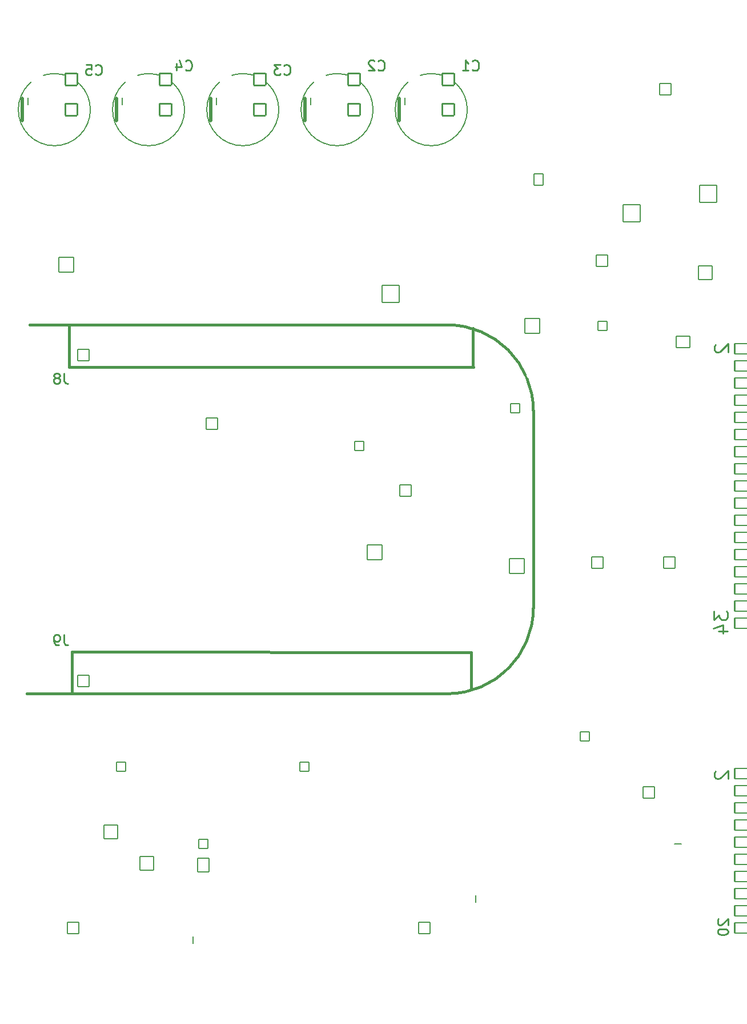
<source format=gbo>
%TF.GenerationSoftware,KiCad,Pcbnew,7.0.9-1.fc37*%
%TF.CreationDate,2023-11-18T16:33:53-05:00*%
%TF.ProjectId,top,746f702e-6b69-4636-9164-5f7063625858,D*%
%TF.SameCoordinates,Original*%
%TF.FileFunction,Legend,Bot*%
%TF.FilePolarity,Positive*%
%FSLAX46Y46*%
G04 Gerber Fmt 4.6, Leading zero omitted, Abs format (unit mm)*
G04 Created by KiCad (PCBNEW 7.0.9-1.fc37) date 2023-11-18 16:33:53*
%MOMM*%
%LPD*%
G01*
G04 APERTURE LIST*
G04 Aperture macros list*
%AMRoundRect*
0 Rectangle with rounded corners*
0 $1 Rounding radius*
0 $2 $3 $4 $5 $6 $7 $8 $9 X,Y pos of 4 corners*
0 Add a 4 corners polygon primitive as box body*
4,1,4,$2,$3,$4,$5,$6,$7,$8,$9,$2,$3,0*
0 Add four circle primitives for the rounded corners*
1,1,$1+$1,$2,$3*
1,1,$1+$1,$4,$5*
1,1,$1+$1,$6,$7*
1,1,$1+$1,$8,$9*
0 Add four rect primitives between the rounded corners*
20,1,$1+$1,$2,$3,$4,$5,0*
20,1,$1+$1,$4,$5,$6,$7,0*
20,1,$1+$1,$6,$7,$8,$9,0*
20,1,$1+$1,$8,$9,$2,$3,0*%
G04 Aperture macros list end*
%ADD10C,0.254000*%
%ADD11C,0.203200*%
%ADD12C,0.508000*%
%ADD13C,0.152400*%
%ADD14C,0.381000*%
%ADD15C,1.651000*%
%ADD16C,1.998980*%
%ADD17C,4.749800*%
%ADD18C,0.762000*%
%ADD19RoundRect,0.101600X-0.863600X0.863600X-0.863600X-0.863600X0.863600X-0.863600X0.863600X0.863600X0*%
%ADD20O,1.930400X1.930400*%
%ADD21RoundRect,0.101600X0.889000X-0.889000X0.889000X0.889000X-0.889000X0.889000X-0.889000X-0.889000X0*%
%ADD22C,1.981200*%
%ADD23RoundRect,0.101600X-0.698500X-0.698500X0.698500X-0.698500X0.698500X0.698500X-0.698500X0.698500X0*%
%ADD24C,1.600200*%
%ADD25C,1.854200*%
%ADD26C,2.202180*%
%ADD27RoundRect,0.101600X-1.016000X1.016000X-1.016000X-1.016000X1.016000X-1.016000X1.016000X1.016000X0*%
%ADD28O,2.235200X2.235200*%
%ADD29RoundRect,0.101600X-0.698500X0.698500X-0.698500X-0.698500X0.698500X-0.698500X0.698500X0.698500X0*%
%ADD30C,2.743200*%
%ADD31RoundRect,0.101600X-1.270000X-1.270000X1.270000X-1.270000X1.270000X1.270000X-1.270000X1.270000X0*%
%ADD32RoundRect,0.101600X-1.270000X1.270000X-1.270000X-1.270000X1.270000X-1.270000X1.270000X1.270000X0*%
%ADD33RoundRect,0.101600X0.863600X0.863600X-0.863600X0.863600X-0.863600X-0.863600X0.863600X-0.863600X0*%
%ADD34C,1.930400*%
%ADD35C,3.505200*%
%ADD36C,1.879600*%
%ADD37C,4.953000*%
%ADD38RoundRect,0.101600X-1.117600X-1.117600X1.117600X-1.117600X1.117600X1.117600X-1.117600X1.117600X0*%
%ADD39C,1.727200*%
%ADD40RoundRect,0.101600X-0.863600X-0.863600X0.863600X-0.863600X0.863600X0.863600X-0.863600X0.863600X0*%
%ADD41RoundRect,0.101600X-0.685800X-0.825500X0.685800X-0.825500X0.685800X0.825500X-0.685800X0.825500X0*%
%ADD42O,1.574800X1.854200*%
%ADD43RoundRect,0.101600X-4.699000X0.762000X-4.699000X-0.762000X4.699000X-0.762000X4.699000X0.762000X0*%
%ADD44C,4.191000*%
%ADD45C,2.997200*%
%ADD46RoundRect,0.101600X-1.016000X0.863600X-1.016000X-0.863600X1.016000X-0.863600X1.016000X0.863600X0*%
%ADD47O,2.235200X1.930400*%
%ADD48RoundRect,0.101600X-0.863600X-1.016000X0.863600X-1.016000X0.863600X1.016000X-0.863600X1.016000X0*%
%ADD49O,1.930400X2.235200*%
%ADD50RoundRect,0.101600X1.016000X1.016000X-1.016000X1.016000X-1.016000X-1.016000X1.016000X-1.016000X0*%
%ADD51RoundRect,0.101600X1.016000X-1.016000X1.016000X1.016000X-1.016000X1.016000X-1.016000X-1.016000X0*%
G04 APERTURE END LIST*
D10*
X185289180Y-22515140D02*
X185361752Y-22587712D01*
X185361752Y-22587712D02*
X185579466Y-22660283D01*
X185579466Y-22660283D02*
X185724609Y-22660283D01*
X185724609Y-22660283D02*
X185942323Y-22587712D01*
X185942323Y-22587712D02*
X186087466Y-22442569D01*
X186087466Y-22442569D02*
X186160037Y-22297426D01*
X186160037Y-22297426D02*
X186232609Y-22007140D01*
X186232609Y-22007140D02*
X186232609Y-21789426D01*
X186232609Y-21789426D02*
X186160037Y-21499140D01*
X186160037Y-21499140D02*
X186087466Y-21353997D01*
X186087466Y-21353997D02*
X185942323Y-21208854D01*
X185942323Y-21208854D02*
X185724609Y-21136283D01*
X185724609Y-21136283D02*
X185579466Y-21136283D01*
X185579466Y-21136283D02*
X185361752Y-21208854D01*
X185361752Y-21208854D02*
X185289180Y-21281426D01*
X183837752Y-22660283D02*
X184708609Y-22660283D01*
X184273180Y-22660283D02*
X184273180Y-21136283D01*
X184273180Y-21136283D02*
X184418323Y-21353997D01*
X184418323Y-21353997D02*
X184563466Y-21499140D01*
X184563466Y-21499140D02*
X184708609Y-21571712D01*
X171319180Y-22515140D02*
X171391752Y-22587712D01*
X171391752Y-22587712D02*
X171609466Y-22660283D01*
X171609466Y-22660283D02*
X171754609Y-22660283D01*
X171754609Y-22660283D02*
X171972323Y-22587712D01*
X171972323Y-22587712D02*
X172117466Y-22442569D01*
X172117466Y-22442569D02*
X172190037Y-22297426D01*
X172190037Y-22297426D02*
X172262609Y-22007140D01*
X172262609Y-22007140D02*
X172262609Y-21789426D01*
X172262609Y-21789426D02*
X172190037Y-21499140D01*
X172190037Y-21499140D02*
X172117466Y-21353997D01*
X172117466Y-21353997D02*
X171972323Y-21208854D01*
X171972323Y-21208854D02*
X171754609Y-21136283D01*
X171754609Y-21136283D02*
X171609466Y-21136283D01*
X171609466Y-21136283D02*
X171391752Y-21208854D01*
X171391752Y-21208854D02*
X171319180Y-21281426D01*
X170738609Y-21281426D02*
X170666037Y-21208854D01*
X170666037Y-21208854D02*
X170520895Y-21136283D01*
X170520895Y-21136283D02*
X170158037Y-21136283D01*
X170158037Y-21136283D02*
X170012895Y-21208854D01*
X170012895Y-21208854D02*
X169940323Y-21281426D01*
X169940323Y-21281426D02*
X169867752Y-21426569D01*
X169867752Y-21426569D02*
X169867752Y-21571712D01*
X169867752Y-21571712D02*
X169940323Y-21789426D01*
X169940323Y-21789426D02*
X170811180Y-22660283D01*
X170811180Y-22660283D02*
X169867752Y-22660283D01*
X157349180Y-23150140D02*
X157421752Y-23222712D01*
X157421752Y-23222712D02*
X157639466Y-23295283D01*
X157639466Y-23295283D02*
X157784609Y-23295283D01*
X157784609Y-23295283D02*
X158002323Y-23222712D01*
X158002323Y-23222712D02*
X158147466Y-23077569D01*
X158147466Y-23077569D02*
X158220037Y-22932426D01*
X158220037Y-22932426D02*
X158292609Y-22642140D01*
X158292609Y-22642140D02*
X158292609Y-22424426D01*
X158292609Y-22424426D02*
X158220037Y-22134140D01*
X158220037Y-22134140D02*
X158147466Y-21988997D01*
X158147466Y-21988997D02*
X158002323Y-21843854D01*
X158002323Y-21843854D02*
X157784609Y-21771283D01*
X157784609Y-21771283D02*
X157639466Y-21771283D01*
X157639466Y-21771283D02*
X157421752Y-21843854D01*
X157421752Y-21843854D02*
X157349180Y-21916426D01*
X156841180Y-21771283D02*
X155897752Y-21771283D01*
X155897752Y-21771283D02*
X156405752Y-22351854D01*
X156405752Y-22351854D02*
X156188037Y-22351854D01*
X156188037Y-22351854D02*
X156042895Y-22424426D01*
X156042895Y-22424426D02*
X155970323Y-22496997D01*
X155970323Y-22496997D02*
X155897752Y-22642140D01*
X155897752Y-22642140D02*
X155897752Y-23004997D01*
X155897752Y-23004997D02*
X155970323Y-23150140D01*
X155970323Y-23150140D02*
X156042895Y-23222712D01*
X156042895Y-23222712D02*
X156188037Y-23295283D01*
X156188037Y-23295283D02*
X156623466Y-23295283D01*
X156623466Y-23295283D02*
X156768609Y-23222712D01*
X156768609Y-23222712D02*
X156841180Y-23150140D01*
X142744180Y-22515140D02*
X142816752Y-22587712D01*
X142816752Y-22587712D02*
X143034466Y-22660283D01*
X143034466Y-22660283D02*
X143179609Y-22660283D01*
X143179609Y-22660283D02*
X143397323Y-22587712D01*
X143397323Y-22587712D02*
X143542466Y-22442569D01*
X143542466Y-22442569D02*
X143615037Y-22297426D01*
X143615037Y-22297426D02*
X143687609Y-22007140D01*
X143687609Y-22007140D02*
X143687609Y-21789426D01*
X143687609Y-21789426D02*
X143615037Y-21499140D01*
X143615037Y-21499140D02*
X143542466Y-21353997D01*
X143542466Y-21353997D02*
X143397323Y-21208854D01*
X143397323Y-21208854D02*
X143179609Y-21136283D01*
X143179609Y-21136283D02*
X143034466Y-21136283D01*
X143034466Y-21136283D02*
X142816752Y-21208854D01*
X142816752Y-21208854D02*
X142744180Y-21281426D01*
X141437895Y-21644283D02*
X141437895Y-22660283D01*
X141800752Y-21063712D02*
X142163609Y-22152283D01*
X142163609Y-22152283D02*
X141220180Y-22152283D01*
X129409180Y-23150140D02*
X129481752Y-23222712D01*
X129481752Y-23222712D02*
X129699466Y-23295283D01*
X129699466Y-23295283D02*
X129844609Y-23295283D01*
X129844609Y-23295283D02*
X130062323Y-23222712D01*
X130062323Y-23222712D02*
X130207466Y-23077569D01*
X130207466Y-23077569D02*
X130280037Y-22932426D01*
X130280037Y-22932426D02*
X130352609Y-22642140D01*
X130352609Y-22642140D02*
X130352609Y-22424426D01*
X130352609Y-22424426D02*
X130280037Y-22134140D01*
X130280037Y-22134140D02*
X130207466Y-21988997D01*
X130207466Y-21988997D02*
X130062323Y-21843854D01*
X130062323Y-21843854D02*
X129844609Y-21771283D01*
X129844609Y-21771283D02*
X129699466Y-21771283D01*
X129699466Y-21771283D02*
X129481752Y-21843854D01*
X129481752Y-21843854D02*
X129409180Y-21916426D01*
X128030323Y-21771283D02*
X128756037Y-21771283D01*
X128756037Y-21771283D02*
X128828609Y-22496997D01*
X128828609Y-22496997D02*
X128756037Y-22424426D01*
X128756037Y-22424426D02*
X128610895Y-22351854D01*
X128610895Y-22351854D02*
X128248037Y-22351854D01*
X128248037Y-22351854D02*
X128102895Y-22424426D01*
X128102895Y-22424426D02*
X128030323Y-22496997D01*
X128030323Y-22496997D02*
X127957752Y-22642140D01*
X127957752Y-22642140D02*
X127957752Y-23004997D01*
X127957752Y-23004997D02*
X128030323Y-23150140D01*
X128030323Y-23150140D02*
X128102895Y-23222712D01*
X128102895Y-23222712D02*
X128248037Y-23295283D01*
X128248037Y-23295283D02*
X128610895Y-23295283D01*
X128610895Y-23295283D02*
X128756037Y-23222712D01*
X128756037Y-23222712D02*
X128828609Y-23150140D01*
D11*
X143891000Y-150876000D02*
X143891000Y-151892000D01*
X185801000Y-145796000D02*
X185801000Y-144780000D01*
X215265000Y-137160000D02*
X216281000Y-137160000D01*
D10*
X221778866Y-148305156D02*
X221706294Y-148377728D01*
X221706294Y-148377728D02*
X221633723Y-148522871D01*
X221633723Y-148522871D02*
X221633723Y-148885728D01*
X221633723Y-148885728D02*
X221706294Y-149030871D01*
X221706294Y-149030871D02*
X221778866Y-149103442D01*
X221778866Y-149103442D02*
X221924009Y-149176013D01*
X221924009Y-149176013D02*
X222069152Y-149176013D01*
X222069152Y-149176013D02*
X222286866Y-149103442D01*
X222286866Y-149103442D02*
X223157723Y-148232585D01*
X223157723Y-148232585D02*
X223157723Y-149176013D01*
X221633723Y-150119442D02*
X221633723Y-150264585D01*
X221633723Y-150264585D02*
X221706294Y-150409728D01*
X221706294Y-150409728D02*
X221778866Y-150482300D01*
X221778866Y-150482300D02*
X221924009Y-150554871D01*
X221924009Y-150554871D02*
X222214294Y-150627442D01*
X222214294Y-150627442D02*
X222577152Y-150627442D01*
X222577152Y-150627442D02*
X222867437Y-150554871D01*
X222867437Y-150554871D02*
X223012580Y-150482300D01*
X223012580Y-150482300D02*
X223085152Y-150409728D01*
X223085152Y-150409728D02*
X223157723Y-150264585D01*
X223157723Y-150264585D02*
X223157723Y-150119442D01*
X223157723Y-150119442D02*
X223085152Y-149974300D01*
X223085152Y-149974300D02*
X223012580Y-149901728D01*
X223012580Y-149901728D02*
X222867437Y-149829157D01*
X222867437Y-149829157D02*
X222577152Y-149756585D01*
X222577152Y-149756585D02*
X222214294Y-149756585D01*
X222214294Y-149756585D02*
X221924009Y-149829157D01*
X221924009Y-149829157D02*
X221778866Y-149901728D01*
X221778866Y-149901728D02*
X221706294Y-149974300D01*
X221706294Y-149974300D02*
X221633723Y-150119442D01*
X221338357Y-63224228D02*
X221241595Y-63320990D01*
X221241595Y-63320990D02*
X221144833Y-63514514D01*
X221144833Y-63514514D02*
X221144833Y-63998323D01*
X221144833Y-63998323D02*
X221241595Y-64191847D01*
X221241595Y-64191847D02*
X221338357Y-64288609D01*
X221338357Y-64288609D02*
X221531881Y-64385371D01*
X221531881Y-64385371D02*
X221725405Y-64385371D01*
X221725405Y-64385371D02*
X222015691Y-64288609D01*
X222015691Y-64288609D02*
X223176833Y-63127466D01*
X223176833Y-63127466D02*
X223176833Y-64385371D01*
X124764609Y-67491283D02*
X124764609Y-68579854D01*
X124764609Y-68579854D02*
X124837180Y-68797569D01*
X124837180Y-68797569D02*
X124982323Y-68942712D01*
X124982323Y-68942712D02*
X125200037Y-69015283D01*
X125200037Y-69015283D02*
X125345180Y-69015283D01*
X123821180Y-68144426D02*
X123966323Y-68071854D01*
X123966323Y-68071854D02*
X124038894Y-67999283D01*
X124038894Y-67999283D02*
X124111466Y-67854140D01*
X124111466Y-67854140D02*
X124111466Y-67781569D01*
X124111466Y-67781569D02*
X124038894Y-67636426D01*
X124038894Y-67636426D02*
X123966323Y-67563854D01*
X123966323Y-67563854D02*
X123821180Y-67491283D01*
X123821180Y-67491283D02*
X123530894Y-67491283D01*
X123530894Y-67491283D02*
X123385752Y-67563854D01*
X123385752Y-67563854D02*
X123313180Y-67636426D01*
X123313180Y-67636426D02*
X123240609Y-67781569D01*
X123240609Y-67781569D02*
X123240609Y-67854140D01*
X123240609Y-67854140D02*
X123313180Y-67999283D01*
X123313180Y-67999283D02*
X123385752Y-68071854D01*
X123385752Y-68071854D02*
X123530894Y-68144426D01*
X123530894Y-68144426D02*
X123821180Y-68144426D01*
X123821180Y-68144426D02*
X123966323Y-68216997D01*
X123966323Y-68216997D02*
X124038894Y-68289569D01*
X124038894Y-68289569D02*
X124111466Y-68434712D01*
X124111466Y-68434712D02*
X124111466Y-68724997D01*
X124111466Y-68724997D02*
X124038894Y-68870140D01*
X124038894Y-68870140D02*
X123966323Y-68942712D01*
X123966323Y-68942712D02*
X123821180Y-69015283D01*
X123821180Y-69015283D02*
X123530894Y-69015283D01*
X123530894Y-69015283D02*
X123385752Y-68942712D01*
X123385752Y-68942712D02*
X123313180Y-68870140D01*
X123313180Y-68870140D02*
X123240609Y-68724997D01*
X123240609Y-68724997D02*
X123240609Y-68434712D01*
X123240609Y-68434712D02*
X123313180Y-68289569D01*
X123313180Y-68289569D02*
X123385752Y-68216997D01*
X123385752Y-68216997D02*
X123530894Y-68144426D01*
X221094033Y-102710947D02*
X221094033Y-103968852D01*
X221094033Y-103968852D02*
X221868129Y-103291519D01*
X221868129Y-103291519D02*
X221868129Y-103581804D01*
X221868129Y-103581804D02*
X221964891Y-103775328D01*
X221964891Y-103775328D02*
X222061652Y-103872090D01*
X222061652Y-103872090D02*
X222255176Y-103968852D01*
X222255176Y-103968852D02*
X222738986Y-103968852D01*
X222738986Y-103968852D02*
X222932510Y-103872090D01*
X222932510Y-103872090D02*
X223029272Y-103775328D01*
X223029272Y-103775328D02*
X223126033Y-103581804D01*
X223126033Y-103581804D02*
X223126033Y-103001233D01*
X223126033Y-103001233D02*
X223029272Y-102807709D01*
X223029272Y-102807709D02*
X222932510Y-102710947D01*
X221771367Y-105710566D02*
X223126033Y-105710566D01*
X220997272Y-105226757D02*
X222448700Y-104742947D01*
X222448700Y-104742947D02*
X222448700Y-106000852D01*
X124764609Y-106226283D02*
X124764609Y-107314854D01*
X124764609Y-107314854D02*
X124837180Y-107532569D01*
X124837180Y-107532569D02*
X124982323Y-107677712D01*
X124982323Y-107677712D02*
X125200037Y-107750283D01*
X125200037Y-107750283D02*
X125345180Y-107750283D01*
X123966323Y-107750283D02*
X123676037Y-107750283D01*
X123676037Y-107750283D02*
X123530894Y-107677712D01*
X123530894Y-107677712D02*
X123458323Y-107605140D01*
X123458323Y-107605140D02*
X123313180Y-107387426D01*
X123313180Y-107387426D02*
X123240609Y-107097140D01*
X123240609Y-107097140D02*
X123240609Y-106516569D01*
X123240609Y-106516569D02*
X123313180Y-106371426D01*
X123313180Y-106371426D02*
X123385752Y-106298854D01*
X123385752Y-106298854D02*
X123530894Y-106226283D01*
X123530894Y-106226283D02*
X123821180Y-106226283D01*
X123821180Y-106226283D02*
X123966323Y-106298854D01*
X123966323Y-106298854D02*
X124038894Y-106371426D01*
X124038894Y-106371426D02*
X124111466Y-106516569D01*
X124111466Y-106516569D02*
X124111466Y-106879426D01*
X124111466Y-106879426D02*
X124038894Y-107024569D01*
X124038894Y-107024569D02*
X123966323Y-107097140D01*
X123966323Y-107097140D02*
X123821180Y-107169712D01*
X123821180Y-107169712D02*
X123530894Y-107169712D01*
X123530894Y-107169712D02*
X123385752Y-107097140D01*
X123385752Y-107097140D02*
X123313180Y-107024569D01*
X123313180Y-107024569D02*
X123240609Y-106879426D01*
X221363757Y-126406728D02*
X221266995Y-126503490D01*
X221266995Y-126503490D02*
X221170233Y-126697014D01*
X221170233Y-126697014D02*
X221170233Y-127180823D01*
X221170233Y-127180823D02*
X221266995Y-127374347D01*
X221266995Y-127374347D02*
X221363757Y-127471109D01*
X221363757Y-127471109D02*
X221557281Y-127567871D01*
X221557281Y-127567871D02*
X221750805Y-127567871D01*
X221750805Y-127567871D02*
X222041091Y-127471109D01*
X222041091Y-127471109D02*
X223202233Y-126309966D01*
X223202233Y-126309966D02*
X223202233Y-127567871D01*
D12*
%TO.C,C4*%
X132477000Y-30099000D02*
X132477000Y-26797000D01*
D13*
X133366000Y-27686000D02*
X133366000Y-26670000D01*
X142602951Y-28448000D02*
G75*
G03*
X142602951Y-28448000I-5339951J0D01*
G01*
D12*
%TO.C,C3*%
X146447000Y-30099000D02*
X146447000Y-26797000D01*
D13*
X147336000Y-27686000D02*
X147336000Y-26670000D01*
X156572951Y-28448000D02*
G75*
G03*
X156572951Y-28448000I-5339951J0D01*
G01*
D12*
%TO.C,C1*%
X174387000Y-30099000D02*
X174387000Y-26797000D01*
D13*
X175276000Y-27686000D02*
X175276000Y-26670000D01*
X184512951Y-28448000D02*
G75*
G03*
X184512951Y-28448000I-5339951J0D01*
G01*
D14*
%TO.C,U1*%
X194310000Y-102235000D02*
X194310000Y-73025000D01*
X185369200Y-66497200D02*
X185369200Y-60807600D01*
X185115200Y-108813600D02*
X185115200Y-114350800D01*
X181610000Y-114935000D02*
X119253000Y-114935000D01*
X181610000Y-60325000D02*
X119634000Y-60325000D01*
X125882400Y-114808000D02*
X125882400Y-108762800D01*
X125882400Y-108762800D02*
X185115200Y-108813600D01*
X125526800Y-66548000D02*
X185420000Y-66548000D01*
X125476000Y-60325000D02*
X125476000Y-66548000D01*
X181610000Y-114935000D02*
G75*
G03*
X194310000Y-102235000I0J12700000D01*
G01*
X194310000Y-73025000D02*
G75*
G03*
X181610000Y-60325000I-12700000J0D01*
G01*
D12*
%TO.C,C5*%
X118507000Y-30099000D02*
X118507000Y-26797000D01*
D13*
X119396000Y-27686000D02*
X119396000Y-26670000D01*
X128632951Y-28448000D02*
G75*
G03*
X128632951Y-28448000I-5339951J0D01*
G01*
D12*
%TO.C,C2*%
X160417000Y-30099000D02*
X160417000Y-26797000D01*
D13*
X161306000Y-27686000D02*
X161306000Y-26670000D01*
X170542951Y-28448000D02*
G75*
G03*
X170542951Y-28448000I-5339951J0D01*
G01*
%TD*%
D15*
%TO.C,R23*%
X195023740Y-129540000D03*
X205183740Y-129540000D03*
%TD*%
%TO.C,R22*%
X134747000Y-69674740D03*
X134747000Y-79834740D03*
%TD*%
%TO.C,R21*%
X157607000Y-88978740D03*
X157607000Y-99138740D03*
%TD*%
%TO.C,R17*%
X160733740Y-85090000D03*
X170893740Y-85090000D03*
%TD*%
%TO.C,R15*%
X209678740Y-48690000D03*
X219838740Y-48690000D03*
%TD*%
%TO.C,R14*%
X137081260Y-57150000D03*
X126921260Y-57150000D03*
%TD*%
D16*
%TO.C,R13*%
X198086980Y-53848000D03*
X177766980Y-53848000D03*
%TD*%
D15*
%TO.C,R12*%
X120728740Y-44450000D03*
X130888740Y-44450000D03*
%TD*%
%TO.C,R7*%
X123571000Y-120982740D03*
X123571000Y-131142740D03*
%TD*%
%TO.C,R1*%
X138811000Y-69674740D03*
X138811000Y-79834740D03*
%TD*%
%TO.C,R5*%
X141272260Y-103124000D03*
X131112260Y-103124000D03*
%TD*%
%TO.C,R20*%
X161671000Y-88978740D03*
X161671000Y-99138740D03*
%TD*%
%TO.C,R2*%
X141399260Y-98933000D03*
X131239260Y-98933000D03*
%TD*%
%TO.C,R19*%
X182880000Y-35892740D03*
X182880000Y-46052740D03*
%TD*%
%TO.C,R9*%
X160606740Y-43942000D03*
X170766740Y-43942000D03*
%TD*%
%TO.C,F1*%
X178435000Y-50721260D03*
X178435000Y-40561260D03*
%TD*%
%TO.C,R16*%
X175816260Y-103632000D03*
X165656260Y-103632000D03*
%TD*%
%TO.C,R11*%
X144066260Y-44450000D03*
X133906260Y-44450000D03*
%TD*%
%TO.C,R10*%
X156591000Y-36654740D03*
X156591000Y-46814740D03*
%TD*%
%TO.C,R8*%
X171181260Y-48958500D03*
X161021260Y-48958500D03*
%TD*%
%TO.C,R18*%
X160733740Y-81534000D03*
X170893740Y-81534000D03*
%TD*%
%TO.C,R4*%
X189532260Y-129540000D03*
X179372260Y-129540000D03*
%TD*%
%TO.C,R3*%
X191135000Y-122349260D03*
X191135000Y-112189260D03*
%TD*%
%TO.C,R24*%
X203835000Y-34465260D03*
X203835000Y-24305260D03*
%TD*%
%TO.C,R25*%
X198755000Y-24462740D03*
X198755000Y-34622740D03*
%TD*%
%TO.C,R26*%
X151940260Y-54864000D03*
X141780260Y-54864000D03*
%TD*%
%TO.C,R27*%
X151940260Y-51054000D03*
X141780260Y-51054000D03*
%TD*%
%TO.C,R6*%
X194183000Y-122349260D03*
X194183000Y-112189260D03*
%TD*%
D17*
%TO.C,MH2*%
X201422000Y-157861000D03*
%TD*%
%TO.C,MH4*%
X201422000Y-18161000D03*
%TD*%
%LPC*%
D18*
%TO.C,J2*%
X224434400Y-106883200D02*
X224434400Y-61518800D01*
X225196400Y-106883200D02*
X225196400Y-61518800D01*
X225958400Y-106883200D02*
X225958400Y-61518800D01*
X226720400Y-106883200D02*
X226720400Y-61518800D01*
X227482400Y-106883200D02*
X227482400Y-61518800D01*
X228244400Y-106883200D02*
X228244400Y-61518800D01*
X229006400Y-106883200D02*
X229006400Y-61518800D01*
X229768400Y-106883200D02*
X229768400Y-61518800D01*
X230530400Y-106883200D02*
X230530400Y-61518800D01*
X231292400Y-106883200D02*
X231292400Y-61518800D01*
X232054400Y-106883200D02*
X232054400Y-61518800D01*
X232816400Y-106883200D02*
X232816400Y-61518800D01*
X233578400Y-106883200D02*
X233578400Y-61518800D01*
X234340400Y-106883200D02*
X234340400Y-61518800D01*
D13*
X228828600Y-61569600D02*
X228854000Y-61544200D01*
D18*
%TO.C,J1*%
X224434400Y-151917000D02*
X224434400Y-124434200D01*
X225196400Y-151917000D02*
X225196400Y-124434200D01*
X225958400Y-151917000D02*
X225958400Y-124434200D01*
X226720400Y-151917000D02*
X226720400Y-124434200D01*
X227482400Y-151917000D02*
X227482400Y-124434200D01*
X228244400Y-151917000D02*
X228244400Y-124434200D01*
X229006400Y-151917000D02*
X229006400Y-124434200D01*
X229768400Y-151917000D02*
X229768400Y-124434200D01*
X230530400Y-151917000D02*
X230530400Y-124434200D01*
X231292400Y-151917000D02*
X231292400Y-124434200D01*
X232054400Y-151917000D02*
X232054400Y-124434200D01*
X232816400Y-151917000D02*
X232816400Y-124434200D01*
X233578400Y-151917000D02*
X233578400Y-124434200D01*
X234340400Y-151917000D02*
X234340400Y-124434200D01*
%TD*%
D19*
%TO.C,J6*%
X211455000Y-129540000D03*
D20*
X213995000Y-129540000D03*
X211455000Y-132080000D03*
X213995000Y-132080000D03*
X211455000Y-134620000D03*
X213995000Y-134620000D03*
X211455000Y-137160000D03*
X213995000Y-137160000D03*
X211455000Y-139700000D03*
X213995000Y-139700000D03*
X211455000Y-142240000D03*
X213995000Y-142240000D03*
X211455000Y-144780000D03*
X213995000Y-144780000D03*
X211455000Y-147320000D03*
X213995000Y-147320000D03*
X211455000Y-149860000D03*
X213995000Y-149860000D03*
X211455000Y-152400000D03*
X213995000Y-152400000D03*
%TD*%
D21*
%TO.C,C4*%
X139787000Y-28448000D03*
X139787000Y-23948000D03*
D22*
X134763000Y-28448000D03*
X134787000Y-23948000D03*
%TD*%
D21*
%TO.C,C3*%
X153757000Y-28448000D03*
X153757000Y-23948000D03*
D22*
X148733000Y-28448000D03*
X148757000Y-23948000D03*
%TD*%
D21*
%TO.C,C1*%
X181697000Y-28448000D03*
X181697000Y-23948000D03*
D22*
X176673000Y-28448000D03*
X176697000Y-23948000D03*
%TD*%
D23*
%TO.C,U11*%
X168529000Y-78232000D03*
D24*
X171069000Y-78232000D03*
X173609000Y-78232000D03*
X176149000Y-78232000D03*
X176149000Y-70612000D03*
X173609000Y-70612000D03*
X171069000Y-70612000D03*
X168529000Y-70612000D03*
%TD*%
D25*
%TO.C,R23*%
X195023740Y-129540000D03*
X205183740Y-129540000D03*
%TD*%
%TO.C,R22*%
X134747000Y-69674740D03*
X134747000Y-79834740D03*
%TD*%
%TO.C,R21*%
X157607000Y-88978740D03*
X157607000Y-99138740D03*
%TD*%
%TO.C,R17*%
X160733740Y-85090000D03*
X170893740Y-85090000D03*
%TD*%
%TO.C,R15*%
X209678740Y-48690000D03*
X219838740Y-48690000D03*
%TD*%
%TO.C,R14*%
X137081260Y-57150000D03*
X126921260Y-57150000D03*
%TD*%
D26*
%TO.C,R13*%
X198086980Y-53848000D03*
X177766980Y-53848000D03*
%TD*%
D25*
%TO.C,R12*%
X120728740Y-44450000D03*
X130888740Y-44450000D03*
%TD*%
%TO.C,R7*%
X123571000Y-120982740D03*
X123571000Y-131142740D03*
%TD*%
%TO.C,R1*%
X138811000Y-69674740D03*
X138811000Y-79834740D03*
%TD*%
D27*
%TO.C,P1*%
X131699000Y-135382000D03*
D28*
X131699000Y-137922000D03*
%TD*%
D29*
%TO.C,U14*%
X191643000Y-72644000D03*
D24*
X191643000Y-75184000D03*
X191643000Y-77724000D03*
X191643000Y-80264000D03*
X191643000Y-82804000D03*
X191643000Y-85344000D03*
X191643000Y-87884000D03*
X199263000Y-87884000D03*
X199263000Y-85344000D03*
X199263000Y-82804000D03*
X199263000Y-80264000D03*
X199263000Y-77724000D03*
X199263000Y-75184000D03*
X199263000Y-72644000D03*
%TD*%
D30*
%TO.C,D3*%
X157924000Y-55753000D03*
D31*
X173164000Y-55753000D03*
%TD*%
D30*
%TO.C,D1*%
X208915000Y-28575000D03*
D32*
X208915000Y-43815000D03*
%TD*%
D22*
%TO.C,C9*%
X186817000Y-48768000D03*
X186817000Y-43688000D03*
%TD*%
%TO.C,C8*%
X191897000Y-48768000D03*
X191897000Y-43688000D03*
%TD*%
%TO.C,C7*%
X196977000Y-48768000D03*
X196977000Y-43688000D03*
%TD*%
%TO.C,C6*%
X198120000Y-38735000D03*
X203200000Y-38735000D03*
%TD*%
D25*
%TO.C,R5*%
X141272260Y-103124000D03*
X131112260Y-103124000D03*
%TD*%
%TO.C,R20*%
X161671000Y-88978740D03*
X161671000Y-99138740D03*
%TD*%
D33*
%TO.C,U1*%
X127635000Y-64770000D03*
D34*
X127635000Y-62230000D03*
X130175000Y-64770000D03*
X130175000Y-62230000D03*
X132715000Y-64770000D03*
X132715000Y-62230000D03*
X135255000Y-64770000D03*
X135255000Y-62230000D03*
X137795000Y-64770000D03*
X137795000Y-62230000D03*
X140335000Y-64770000D03*
X140335000Y-62230000D03*
X142875000Y-64770000D03*
X142875000Y-62230000D03*
X145415000Y-64770000D03*
X145415000Y-62230000D03*
X147955000Y-64770000D03*
X147955000Y-62230000D03*
X150495000Y-64770000D03*
X150495000Y-62230000D03*
X153035000Y-64770000D03*
X153035000Y-62230000D03*
X155575000Y-64770000D03*
X155575000Y-62230000D03*
X158115000Y-64770000D03*
X158115000Y-62230000D03*
X160655000Y-64770000D03*
X160655000Y-62230000D03*
X163195000Y-64770000D03*
X163195000Y-62230000D03*
X165735000Y-64770000D03*
X165735000Y-62230000D03*
X168275000Y-64770000D03*
X168275000Y-62230000D03*
X170815000Y-64770000D03*
X170815000Y-62230000D03*
X173355000Y-64770000D03*
X173355000Y-62230000D03*
X175895000Y-64770000D03*
X175895000Y-62230000D03*
X178435000Y-64770000D03*
X178435000Y-62230000D03*
X180975000Y-64770000D03*
X180975000Y-62230000D03*
X183515000Y-64770000D03*
X183515000Y-62230000D03*
D33*
X127635000Y-113030000D03*
D34*
X127635000Y-110490000D03*
X130175000Y-113030000D03*
X130175000Y-110490000D03*
X132715000Y-113030000D03*
X132715000Y-110490000D03*
X135255000Y-113030000D03*
X135255000Y-110490000D03*
X137795000Y-113030000D03*
X137795000Y-110490000D03*
X140335000Y-113030000D03*
X140335000Y-110490000D03*
X142875000Y-113030000D03*
X142875000Y-110490000D03*
X145415000Y-113030000D03*
X145415000Y-110490000D03*
X147955000Y-113030000D03*
X147955000Y-110490000D03*
X150495000Y-113030000D03*
X150495000Y-110490000D03*
X153035000Y-113030000D03*
X153035000Y-110490000D03*
X155575000Y-113030000D03*
X155575000Y-110490000D03*
X158115000Y-113030000D03*
X158115000Y-110490000D03*
X160655000Y-113030000D03*
X160655000Y-110490000D03*
X163195000Y-113030000D03*
X163195000Y-110490000D03*
X165735000Y-113030000D03*
X165735000Y-110490000D03*
X168275000Y-113030000D03*
X168275000Y-110490000D03*
X170815000Y-113030000D03*
X170815000Y-110490000D03*
X173355000Y-113030000D03*
X173355000Y-110490000D03*
X175895000Y-113030000D03*
X175895000Y-110490000D03*
X178435000Y-113030000D03*
X178435000Y-110490000D03*
X180975000Y-113030000D03*
X180975000Y-110490000D03*
X183515000Y-113030000D03*
X183515000Y-110490000D03*
D35*
X188595000Y-108585000D03*
X122555000Y-111760000D03*
X122555000Y-63500000D03*
X188595000Y-66675000D03*
%TD*%
D25*
%TO.C,R2*%
X141399260Y-98933000D03*
X131239260Y-98933000D03*
%TD*%
D21*
%TO.C,C5*%
X125817000Y-28448000D03*
X125817000Y-23948000D03*
D22*
X120793000Y-28448000D03*
X120817000Y-23948000D03*
%TD*%
D21*
%TO.C,C2*%
X167727000Y-28448000D03*
X167727000Y-23948000D03*
D22*
X162703000Y-28448000D03*
X162727000Y-23948000D03*
%TD*%
D36*
%TO.C,D2*%
X133350000Y-53340000D03*
X133350000Y-50800000D03*
%TD*%
D25*
%TO.C,R19*%
X182880000Y-35892740D03*
X182880000Y-46052740D03*
%TD*%
D37*
%TO.C,MH1*%
X122174000Y-18161000D03*
%TD*%
D19*
%TO.C,J7*%
X146685000Y-74930000D03*
D20*
X149225000Y-74930000D03*
X146685000Y-77470000D03*
X149225000Y-77470000D03*
X146685000Y-80010000D03*
X149225000Y-80010000D03*
X146685000Y-82550000D03*
X149225000Y-82550000D03*
X146685000Y-85090000D03*
X149225000Y-85090000D03*
X146685000Y-87630000D03*
X149225000Y-87630000D03*
X146685000Y-90170000D03*
X149225000Y-90170000D03*
X146685000Y-92710000D03*
X149225000Y-92710000D03*
X146685000Y-95250000D03*
X149225000Y-95250000D03*
X146685000Y-97790000D03*
X149225000Y-97790000D03*
%TD*%
D25*
%TO.C,R9*%
X160606740Y-43942000D03*
X170766740Y-43942000D03*
%TD*%
D38*
%TO.C,P6*%
X125095000Y-51435000D03*
%TD*%
%TO.C,P5*%
X191897000Y-96012000D03*
%TD*%
D39*
%TO.C,C10*%
X178054000Y-134874000D03*
X178054000Y-137414000D03*
%TD*%
%TO.C,C12*%
X209677000Y-55626000D03*
X207137000Y-55626000D03*
%TD*%
%TO.C,C13*%
X196723000Y-67564000D03*
X194183000Y-67564000D03*
%TD*%
%TO.C,C14*%
X193802000Y-135128000D03*
X193802000Y-137668000D03*
%TD*%
%TO.C,C16*%
X140335000Y-131826000D03*
X140335000Y-134366000D03*
%TD*%
%TO.C,C17*%
X165227000Y-73152000D03*
X165227000Y-75692000D03*
%TD*%
%TO.C,C18*%
X197485000Y-116205000D03*
X197485000Y-118745000D03*
%TD*%
D25*
%TO.C,F1*%
X178435000Y-50721260D03*
X178435000Y-40561260D03*
%TD*%
D39*
%TO.C,U6*%
X176911000Y-37592000D03*
X174371000Y-37592000D03*
X171831000Y-37592000D03*
%TD*%
%TO.C,U10*%
X127635000Y-38100000D03*
X125095000Y-38100000D03*
X122555000Y-38100000D03*
%TD*%
%TO.C,U8*%
X152019000Y-38100000D03*
X149479000Y-38100000D03*
X146939000Y-38100000D03*
%TD*%
%TO.C,U7*%
X167259000Y-37592000D03*
X164719000Y-37592000D03*
X162179000Y-37592000D03*
%TD*%
%TO.C,U9*%
X139319000Y-38100000D03*
X136779000Y-38100000D03*
X134239000Y-38100000D03*
%TD*%
D37*
%TO.C,MH3*%
X122174000Y-157861000D03*
%TD*%
D25*
%TO.C,R16*%
X175816260Y-103632000D03*
X165656260Y-103632000D03*
%TD*%
D39*
%TO.C,C11*%
X155829000Y-120650000D03*
X155829000Y-123190000D03*
%TD*%
D23*
%TO.C,U16*%
X160401000Y-125730000D03*
D24*
X162941000Y-125730000D03*
X165481000Y-125730000D03*
X168021000Y-125730000D03*
X170561000Y-125730000D03*
X173101000Y-125730000D03*
X175641000Y-125730000D03*
X175641000Y-118110000D03*
X173101000Y-118110000D03*
X170561000Y-118110000D03*
X168021000Y-118110000D03*
X165481000Y-118110000D03*
X162941000Y-118110000D03*
X160401000Y-118110000D03*
%TD*%
D40*
%TO.C,J3*%
X178181000Y-149606000D03*
D20*
X178181000Y-147066000D03*
X180721000Y-149606000D03*
X180721000Y-147066000D03*
X183261000Y-149606000D03*
X183261000Y-147066000D03*
X185801000Y-149606000D03*
X185801000Y-147066000D03*
X188341000Y-149606000D03*
X188341000Y-147066000D03*
X190881000Y-149606000D03*
X190881000Y-147066000D03*
X193421000Y-149606000D03*
X193421000Y-147066000D03*
X195961000Y-149606000D03*
X195961000Y-147066000D03*
X198501000Y-149606000D03*
X198501000Y-147066000D03*
X201041000Y-149606000D03*
X201041000Y-147066000D03*
%TD*%
D23*
%TO.C,U15*%
X133223000Y-125730000D03*
D24*
X135763000Y-125730000D03*
X138303000Y-125730000D03*
X140843000Y-125730000D03*
X143383000Y-125730000D03*
X145923000Y-125730000D03*
X148463000Y-125730000D03*
X148463000Y-118110000D03*
X145923000Y-118110000D03*
X143383000Y-118110000D03*
X140843000Y-118110000D03*
X138303000Y-118110000D03*
X135763000Y-118110000D03*
X133223000Y-118110000D03*
%TD*%
D41*
%TO.C,U12*%
X195046600Y-38785800D03*
D42*
X193344800Y-38785800D03*
X191643000Y-38785800D03*
X189941200Y-38785800D03*
X188239400Y-38785800D03*
D25*
X191566800Y-25069800D03*
%TD*%
%TO.C,R11*%
X144066260Y-44450000D03*
X133906260Y-44450000D03*
%TD*%
%TO.C,R10*%
X156591000Y-36654740D03*
X156591000Y-46814740D03*
%TD*%
%TO.C,R8*%
X171181260Y-48958500D03*
X161021260Y-48958500D03*
%TD*%
D43*
%TO.C,J2*%
X228841300Y-63881000D03*
X228841300Y-66421000D03*
X228841300Y-68961000D03*
X228841300Y-71501000D03*
X228841300Y-74041000D03*
X228841300Y-76581000D03*
X228841300Y-79121000D03*
X228841300Y-81661000D03*
X228841300Y-84201000D03*
X228841300Y-86741000D03*
X228841300Y-89281000D03*
X228841300Y-91821000D03*
X228841300Y-94361000D03*
X228841300Y-96901000D03*
X228841300Y-99441000D03*
X228841300Y-101981000D03*
X228841300Y-104521000D03*
%TD*%
%TO.C,J1*%
X228846380Y-126745600D03*
X228846380Y-129285600D03*
X228846380Y-131825600D03*
X228846380Y-134365600D03*
X228846380Y-136905600D03*
X228846380Y-139445600D03*
X228846380Y-141985600D03*
X228846380Y-144525600D03*
X228846380Y-147065600D03*
X228846380Y-149605600D03*
%TD*%
D29*
%TO.C,U2*%
X204597000Y-60452000D03*
D24*
X204597000Y-62992000D03*
X204597000Y-65532000D03*
X204597000Y-68072000D03*
X204597000Y-70612000D03*
X204597000Y-73152000D03*
X204597000Y-75692000D03*
X204597000Y-78232000D03*
X204597000Y-80772000D03*
X204597000Y-83312000D03*
X212217000Y-83312000D03*
X212217000Y-80772000D03*
X212217000Y-78232000D03*
X212217000Y-75692000D03*
X212217000Y-73152000D03*
X212217000Y-70612000D03*
X212217000Y-68072000D03*
X212217000Y-65532000D03*
X212217000Y-62992000D03*
X212217000Y-60452000D03*
%TD*%
D23*
%TO.C,U5*%
X145415000Y-137160000D03*
D24*
X147955000Y-137160000D03*
X150495000Y-137160000D03*
X153035000Y-137160000D03*
X155575000Y-137160000D03*
X158115000Y-137160000D03*
X160655000Y-137160000D03*
X163195000Y-137160000D03*
X165735000Y-137160000D03*
X168275000Y-137160000D03*
X168275000Y-129540000D03*
X165735000Y-129540000D03*
X163195000Y-129540000D03*
X160655000Y-129540000D03*
X158115000Y-129540000D03*
X155575000Y-129540000D03*
X153035000Y-129540000D03*
X150495000Y-129540000D03*
X147955000Y-129540000D03*
X145415000Y-129540000D03*
%TD*%
D39*
%TO.C,C15*%
X128651000Y-120650000D03*
X128651000Y-123190000D03*
%TD*%
D25*
%TO.C,R18*%
X160733740Y-81534000D03*
X170893740Y-81534000D03*
%TD*%
D40*
%TO.C,P4*%
X175387000Y-84836000D03*
D20*
X175387000Y-82296000D03*
X177927000Y-84836000D03*
X177927000Y-82296000D03*
%TD*%
D25*
%TO.C,R4*%
X189532260Y-129540000D03*
X179372260Y-129540000D03*
%TD*%
%TO.C,R3*%
X191135000Y-122349260D03*
X191135000Y-112189260D03*
%TD*%
D40*
%TO.C,J4*%
X126111000Y-149606000D03*
D20*
X126111000Y-147066000D03*
X128651000Y-149606000D03*
X128651000Y-147066000D03*
X131191000Y-149606000D03*
X131191000Y-147066000D03*
X133731000Y-149606000D03*
X133731000Y-147066000D03*
X136271000Y-149606000D03*
X136271000Y-147066000D03*
X138811000Y-149606000D03*
X138811000Y-147066000D03*
X141351000Y-149606000D03*
X141351000Y-147066000D03*
X143891000Y-149606000D03*
X143891000Y-147066000D03*
X146431000Y-149606000D03*
X146431000Y-147066000D03*
X148971000Y-149606000D03*
X148971000Y-147066000D03*
X151511000Y-149606000D03*
X151511000Y-147066000D03*
X154051000Y-149606000D03*
X154051000Y-147066000D03*
X156591000Y-149606000D03*
X156591000Y-147066000D03*
X159131000Y-149606000D03*
X159131000Y-147066000D03*
X161671000Y-149606000D03*
X161671000Y-147066000D03*
X164211000Y-149606000D03*
X164211000Y-147066000D03*
X166751000Y-149606000D03*
X166751000Y-147066000D03*
%TD*%
D30*
%TO.C,J5*%
X222758000Y-23114000D03*
D44*
X230378000Y-28194000D03*
X230378000Y-38354000D03*
D30*
X222758000Y-43434000D03*
D32*
X220218000Y-40894000D03*
D45*
X220218000Y-35814000D03*
X220218000Y-30734000D03*
X220218000Y-25654000D03*
%TD*%
D40*
%TO.C,P7*%
X214503000Y-95504000D03*
D20*
X217043000Y-95504000D03*
X214503000Y-98044000D03*
X217043000Y-98044000D03*
X214503000Y-100584000D03*
X217043000Y-100584000D03*
X214503000Y-103124000D03*
X217043000Y-103124000D03*
%TD*%
D40*
%TO.C,P8*%
X203835000Y-95504000D03*
D20*
X206375000Y-95504000D03*
X203835000Y-98044000D03*
X206375000Y-98044000D03*
X203835000Y-100584000D03*
X206375000Y-100584000D03*
X203835000Y-103124000D03*
X206375000Y-103124000D03*
%TD*%
D25*
%TO.C,R24*%
X203835000Y-34465260D03*
X203835000Y-24305260D03*
%TD*%
%TO.C,R25*%
X198755000Y-24462740D03*
X198755000Y-34622740D03*
%TD*%
%TO.C,R26*%
X151940260Y-54864000D03*
X141780260Y-54864000D03*
%TD*%
%TO.C,R27*%
X151940260Y-51054000D03*
X141780260Y-51054000D03*
%TD*%
D46*
%TO.C,RN1*%
X216535000Y-62865000D03*
D47*
X216535000Y-65405000D03*
X216535000Y-67945000D03*
X216535000Y-70485000D03*
X216535000Y-73025000D03*
X216535000Y-75565000D03*
X216535000Y-78105000D03*
X216535000Y-80645000D03*
X216535000Y-83185000D03*
X216535000Y-85725000D03*
%TD*%
D48*
%TO.C,RN2*%
X145415000Y-140335000D03*
D49*
X147955000Y-140335000D03*
X150495000Y-140335000D03*
X153035000Y-140335000D03*
X155575000Y-140335000D03*
X158115000Y-140335000D03*
X160655000Y-140335000D03*
X163195000Y-140335000D03*
X165735000Y-140335000D03*
X168275000Y-140335000D03*
%TD*%
D23*
%TO.C,U17*%
X201930000Y-121285000D03*
D24*
X204470000Y-121285000D03*
X207010000Y-121285000D03*
X209550000Y-121285000D03*
X212090000Y-121285000D03*
X214630000Y-121285000D03*
X217170000Y-121285000D03*
X217170000Y-113665000D03*
X214630000Y-113665000D03*
X212090000Y-113665000D03*
X209550000Y-113665000D03*
X207010000Y-113665000D03*
X204470000Y-113665000D03*
X201930000Y-113665000D03*
%TD*%
D38*
%TO.C,P10*%
X194183000Y-60452000D03*
%TD*%
%TO.C,P11*%
X170815000Y-93980000D03*
%TD*%
D25*
%TO.C,R6*%
X194183000Y-122349260D03*
X194183000Y-112189260D03*
%TD*%
D22*
%TO.C,C19*%
X181356000Y-71107300D03*
X181356000Y-76187300D03*
%TD*%
D33*
%TO.C,P9*%
X204470000Y-50800000D03*
D20*
X204470000Y-48260000D03*
X204470000Y-45720000D03*
%TD*%
D50*
%TO.C,D4*%
X219810000Y-52615000D03*
D28*
X209650000Y-52615000D03*
%TD*%
D39*
%TO.C,C20*%
X217975000Y-59540000D03*
X215435000Y-59540000D03*
%TD*%
D40*
%TO.C,J10*%
X213842600Y-25400000D03*
D20*
X213842600Y-27940000D03*
X213842600Y-30480000D03*
X213842600Y-33020000D03*
%TD*%
D39*
%TO.C,C21*%
X141030000Y-137615000D03*
X141030000Y-140155000D03*
%TD*%
D51*
%TO.C,D5*%
X137005000Y-140020000D03*
D28*
X137005000Y-129860000D03*
%TD*%
D37*
%TO.C,MH2*%
X201422000Y-157861000D03*
%TD*%
%TO.C,MH4*%
X201422000Y-18161000D03*
%TD*%
%LPD*%
M02*

</source>
